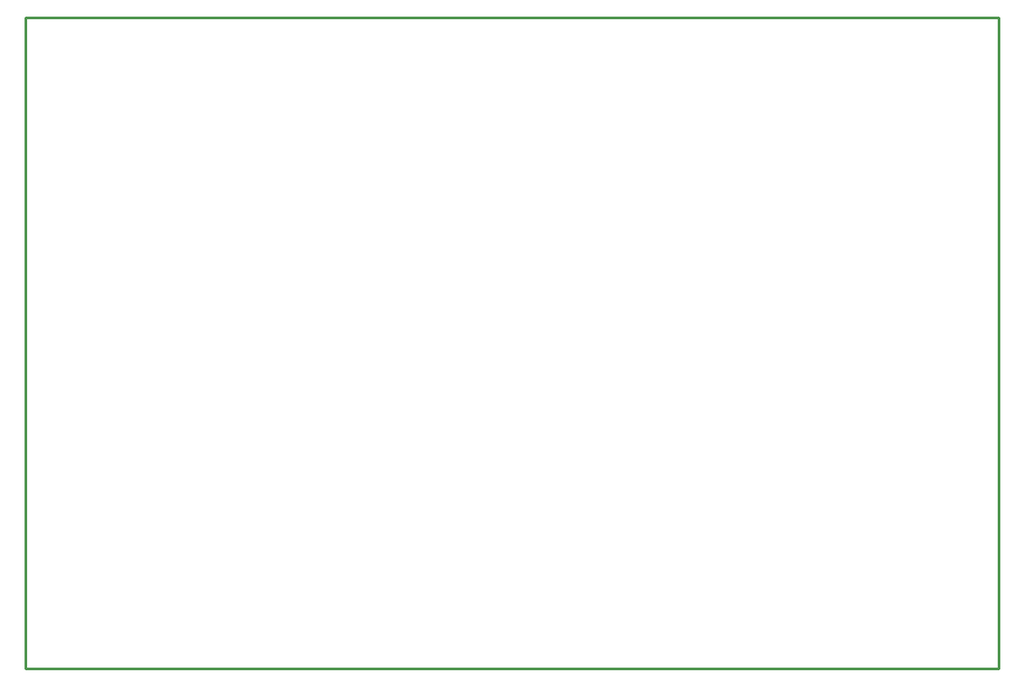
<source format=gko>
G04 Layer: BoardOutlineLayer*
G04 EasyEDA v6.4.31, 2022-01-25 22:29:22*
G04 e61b6c59d15345b4ac09c8306d02ccd6,8f8899c8ce1b4866aa33813601b7f331,10*
G04 Gerber Generator version 0.2*
G04 Scale: 100 percent, Rotated: No, Reflected: No *
G04 Dimensions in millimeters *
G04 leading zeros omitted , absolute positions ,4 integer and 5 decimal *
%FSLAX45Y45*%
%MOMM*%

%ADD10C,0.2540*%
D10*
X700001Y6300000D02*
G01*
X10100000Y6300000D01*
X10100000Y0D01*
X700001Y0D01*
X700001Y6300000D01*

%LPD*%
M02*

</source>
